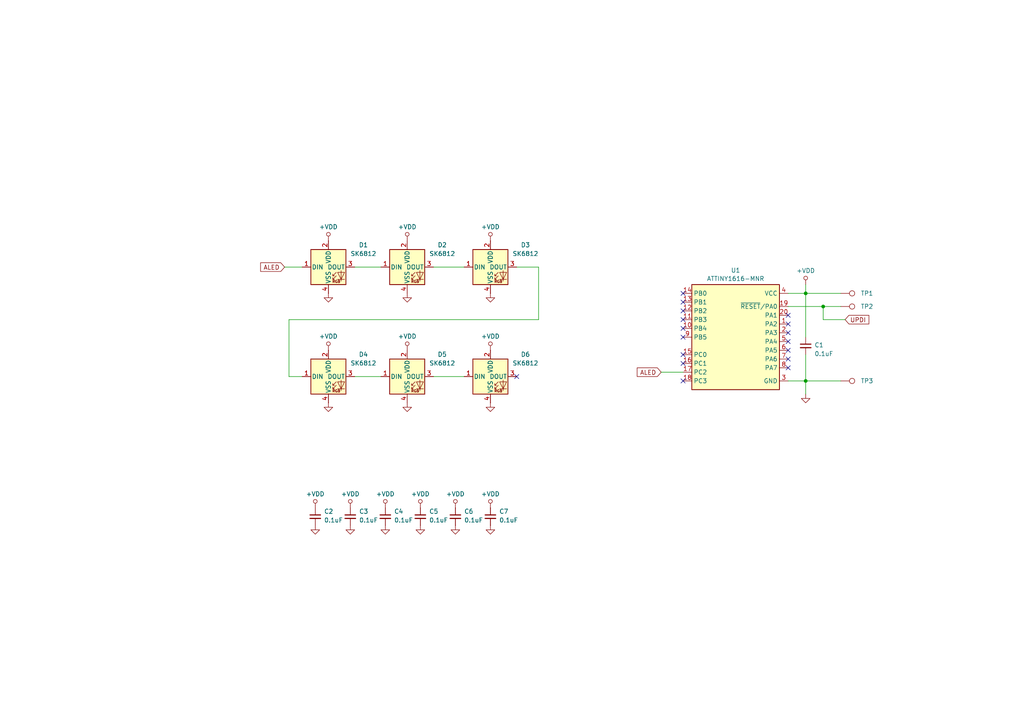
<source format=kicad_sch>
(kicad_sch (version 20250114) (generator "eeschema") (generator_version "9.0")
  (paper "A4")
  (lib_symbols
    (symbol "Connector:TestPoint" (pin_numbers (hide yes)) (pin_names (offset 0.762) (hide yes))
      (property "Reference" "TP" (at 0 6.858 0))
      (property "Value" "TestPoint" (at 0 5.08 0))
      (symbol "TestPoint_0_1"
        (circle (center 0 3.302) (radius 0.762))
      )
      (symbol "TestPoint_1_1"
        (pin passive line (at 0 0 90) (length 2.54) (name "1") (number "1"))
      )
    )
    (symbol "Device:C_Small" (pin_numbers (hide yes)) (pin_names (offset 0.254) (hide yes))
      (property "Reference" "C" (at 0.254 1.778 0))
      (property "Value" "C_Small" (at 0.254 -2.032 0))
      (symbol "C_Small_0_1"
        (polyline (pts (xy -1.524 0.508) (xy 1.524 0.508)) (stroke (width 0.3048)))
        (polyline (pts (xy -1.524 -0.508) (xy 1.524 -0.508)) (stroke (width 0.3302)))
      )
      (symbol "C_Small_1_1"
        (pin passive line (at 0 2.54 270) (length 2.032) (name "~") (number "1"))
        (pin passive line (at 0 -2.54 90) (length 2.032) (name "~") (number "2"))
      )
    )
    (symbol "MCU_Microchip_ATtiny:ATtiny1616-M"
      (property "Reference" "U2" (at -12.7 11.43 0))
      (property "Value" "ATtiny1616-M" (at -1.27 11.43 0))
      (symbol "ATtiny1616-M_0_1"
        (rectangle (start -12.7 10.16) (end 12.7 -20.32) (stroke (width 0.254)) (fill (type background)))
      )
      (symbol "ATtiny1616-M_1_1"
        (pin bidirectional line (at -15.24 7.62 0) (length 2.54) (name "PB0") (number "14"))
        (pin bidirectional line (at -15.24 5.08 0) (length 2.54) (name "PB1") (number "13"))
        (pin bidirectional line (at -15.24 2.54 0) (length 2.54) (name "PB2") (number "12"))
        (pin bidirectional line (at -15.24 0 0) (length 2.54) (name "PB3") (number "11"))
        (pin bidirectional line (at -15.24 -2.54 0) (length 2.54) (name "PB4") (number "10"))
        (pin bidirectional line (at -15.24 -5.08 0) (length 2.54) (name "PB5") (number "9"))
        (pin bidirectional line (at -15.24 -10.16 0) (length 2.54) (name "PC0") (number "15"))
        (pin bidirectional line (at -15.24 -12.7 0) (length 2.54) (name "PC1") (number "16"))
        (pin bidirectional line (at -15.24 -15.24 0) (length 2.54) (name "PC2") (number "17"))
        (pin bidirectional line (at -15.24 -17.78 0) (length 2.54) (name "PC3") (number "18"))
        (pin power_in line (at 15.24 7.62 180) (length 2.54) (name "VCC") (number "4"))
        (pin bidirectional line (at 15.24 3.81 180) (length 2.54) (name "~{RESET}/PA0") (number "19"))
        (pin bidirectional line (at 15.24 1.27 180) (length 2.54) (name "PA1") (number "20"))
        (pin bidirectional line (at 15.24 -1.27 180) (length 2.54) (name "PA2") (number "1"))
        (pin bidirectional line (at 15.24 -3.81 180) (length 2.54) (name "PA3") (number "2"))
        (pin bidirectional line (at 15.24 -6.35 180) (length 2.54) (name "PA4") (number "5"))
        (pin bidirectional line (at 15.24 -8.89 180) (length 2.54) (name "PA5") (number "6"))
        (pin bidirectional line (at 15.24 -11.43 180) (length 2.54) (name "PA6") (number "7"))
        (pin bidirectional line (at 15.24 -13.97 180) (length 2.54) (name "PA7") (number "8"))
        (pin passive line (at 15.24 -17.78 180) (length 2.54) (hide yes) (name "GND") (number "21"))
        (pin power_in line (at 15.24 -17.78 180) (length 2.54) (name "GND") (number "3"))
      )
    )
    (symbol "SamacSys:SK6812_1515" (pin_names (offset 0.254))
      (property "Reference" "D1" (at 10.16 6.4202 0))
      (property "Value" "SK6812_1515" (at 10.16 3.8802 0))
      (symbol "SK6812_1515_0_0"
        (text "RGB" (at 2.286 -4.191 0) (effects (font (size 0.762 0.762))))
      )
      (symbol "SK6812_1515_0_1"
        (polyline (pts (xy 1.27 -2.54) (xy 1.778 -2.54)))
        (polyline (pts (xy 1.27 -3.556) (xy 1.778 -3.556)))
        (polyline (pts (xy 2.286 -1.524) (xy 1.27 -2.54) (xy 1.27 -2.032)))
        (polyline (pts (xy 2.286 -2.54) (xy 1.27 -3.556) (xy 1.27 -3.048)))
        (polyline (pts (xy 3.683 -1.016) (xy 3.683 -3.556) (xy 3.683 -4.064)))
        (polyline (pts (xy 4.699 -1.524) (xy 2.667 -1.524) (xy 3.683 -3.556) (xy 4.699 -1.524)))
        (polyline (pts (xy 4.699 -3.556) (xy 2.667 -3.556)))
        (rectangle (start 5.08 5.08) (end -5.08 -5.08) (stroke (width 0.254)) (fill (type background)))
      )
      (symbol "SK6812_1515_1_1"
        (pin input line (at -7.62 0 0) (length 2.54) (name "DIN") (number "1"))
        (pin power_in line (at 0 7.62 270) (length 2.54) (name "VDD") (number "2"))
        (pin power_in line (at 0 -7.62 90) (length 2.54) (name "VSS") (number "4"))
        (pin output line (at 7.62 0 180) (length 2.54) (name "DOUT") (number "3"))
      )
    )
    (symbol "power:GND" (power) (pin_numbers (hide yes)) (pin_names (offset 0) (hide yes))
      (property "Value" "GND" (at 0 -3.81 0))
      (symbol "GND_0_1"
        (polyline (pts (xy 0 0) (xy 0 -1.27) (xy 1.27 -1.27) (xy 0 -2.54) (xy -1.27 -1.27) (xy 0 -1.27)))
      )
      (symbol "GND_1_1"
        (pin power_in line (at 0 0 270) (length 0) (name "~") (number "1"))
      )
    )
    (symbol "power_round:+3V3" (power) (pin_numbers (hide yes)) (pin_names (offset 0) (hide yes))
      (property "Value" "+3V3" (at 0 3.556 0))
      (symbol "+3V3_0_1"
        (circle (center 0 1.905) (radius 0.5429))
        (polyline (pts (xy 0 0) (xy 0 1.27)))
      )
      (symbol "+3V3_1_1"
        (pin power_in line (at 0 0 90) (length 0) (name "~") (number "1"))
      )
    )
  )
  (junction (at 238.76 88.9))
  (junction (at 233.68 85.09))
  (junction (at 233.68 110.49))
  (no_connect (at 228.6 91.44))
  (no_connect (at 149.86 109.22))
  (no_connect (at 198.12 92.71))
  (no_connect (at 198.12 102.87))
  (no_connect (at 198.12 105.41))
  (no_connect (at 198.12 87.63))
  (no_connect (at 228.6 101.6))
  (no_connect (at 198.12 85.09))
  (no_connect (at 198.12 97.79))
  (no_connect (at 228.6 106.68))
  (no_connect (at 198.12 90.17))
  (no_connect (at 228.6 99.06))
  (no_connect (at 198.12 110.49))
  (no_connect (at 198.12 95.25))
  (no_connect (at 228.6 96.52))
  (no_connect (at 228.6 104.14))
  (no_connect (at 228.6 93.98))
  (wire (pts (xy 125.73 109.22) (xy 134.62 109.22)))
  (wire (pts (xy 238.76 88.9) (xy 243.84 88.9)))
  (wire (pts (xy 233.68 110.49) (xy 233.68 114.3)))
  (wire (pts (xy 228.6 110.49) (xy 233.68 110.49)))
  (wire (pts (xy 149.86 77.47) (xy 156.21 77.47)))
  (wire (pts (xy 156.21 77.47) (xy 156.21 92.71)))
  (wire (pts (xy 238.76 92.71) (xy 238.76 88.9)))
  (wire (pts (xy 233.68 85.09) (xy 233.68 82.55)))
  (wire (pts (xy 233.68 85.09) (xy 243.84 85.09)))
  (wire (pts (xy 125.73 77.47) (xy 134.62 77.47)))
  (wire (pts (xy 83.82 92.71) (xy 83.82 109.22)))
  (wire (pts (xy 233.68 110.49) (xy 243.84 110.49)))
  (wire (pts (xy 228.6 85.09) (xy 233.68 85.09)))
  (wire (pts (xy 102.87 109.22) (xy 110.49 109.22)))
  (wire (pts (xy 156.21 92.71) (xy 83.82 92.71)))
  (wire (pts (xy 102.87 77.47) (xy 110.49 77.47)))
  (wire (pts (xy 228.6 88.9) (xy 238.76 88.9)))
  (wire (pts (xy 82.55 77.47) (xy 87.63 77.47)))
  (wire (pts (xy 191.77 107.95) (xy 198.12 107.95)))
  (wire (pts (xy 245.11 92.71) (xy 238.76 92.71)))
  (wire (pts (xy 233.68 102.87) (xy 233.68 110.49)))
  (wire (pts (xy 233.68 85.09) (xy 233.68 97.79)))
  (wire (pts (xy 83.82 109.22) (xy 87.63 109.22)))
  (global_label "ALED" (shape input) (at 82.55 77.47 180) (property "Intersheetrefs" "${INTERSHEET_REFS}" (effects (hide yes))))
  (global_label "ALED" (shape input) (at 191.77 107.95 180) (property "Intersheetrefs" "${INTERSHEET_REFS}" (effects (hide yes))))
  (global_label "UPDI" (shape input) (at 245.11 92.71 0) (property "Intersheetrefs" "${INTERSHEET_REFS}" (effects (hide yes))))
  (symbol (lib_id "power:GND") (at 142.24 152.4 0) (unit 1)
    (property "Reference" "#PWR014" (effects (hide yes)))
    (property "Value" "GND" (effects (hide yes)))
  )
  (symbol (lib_id "power_round:+3V3") (at 95.25 101.6 0) (unit 1)
    (property "Reference" "#PWR023" (effects (hide yes)))
    (property "Value" "+VDD" (at 95.25 97.5589 0))
    (property "Description" "Power symbol creates a global label with name \"+3V3\"" (effects (hide yes)))
  )
  (symbol (lib_id "SamacSys:SK6812_1515") (at 142.24 77.47 0) (unit 1)
    (property "Reference" "D3" (at 152.4 71.0498 0))
    (property "Value" "SK6812" (at 152.4 73.5898 0))
    (property "Footprint" "sk1605-1515:sk68015-1515" (effects (hide yes)))
    (property "Datasheet" "https://cdn-shop.adafruit.com/product-files/1138/SK6812+LED+datasheet+.pdf" (effects (hide yes)))
    (property "Description" "RGB LED with integrated controller" (effects (hide yes)))
  )
  (symbol (lib_id "power:GND") (at 132.08 152.4 0) (unit 1)
    (property "Reference" "#PWR012" (effects (hide yes)))
    (property "Value" "GND" (effects (hide yes)))
  )
  (symbol (lib_id "power:GND") (at 142.24 85.09 0) (unit 1)
    (property "Reference" "#PWR020" (effects (hide yes)))
    (property "Value" "GND" (effects (hide yes)))
  )
  (symbol (lib_id "Device:C_Small") (at 142.24 149.86 0) (mirror y) (unit 1)
    (property "Reference" "C7" (at 144.78 148.336 0) (effects (justify right)))
    (property "Value" "0.1uF" (at 144.78 150.876 0) (effects (justify right)))
    (property "Footprint" "Capacitor_SMD:C_0402_1005Metric" (effects (hide yes)))
    (property "Description" "Unpolarized capacitor, small symbol" (effects (hide yes)))
  )
  (symbol (lib_id "Connector:TestPoint") (at 243.84 110.49 270) (unit 1)
    (property "Reference" "TP3" (at 251.46 110.49 90))
    (property "Value" "GND" (effects (hide yes)))
    (property "Footprint" "SamacSys:TestPoint_Pad_D0.75mm" (effects (hide yes)))
  )
  (symbol (lib_id "power_round:+3V3") (at 91.44 147.32 0) (unit 1)
    (property "Reference" "#PWR03" (effects (hide yes)))
    (property "Value" "+VDD" (at 91.44 143.2789 0))
    (property "Description" "Power symbol creates a global label with name \"+3V3\"" (effects (hide yes)))
  )
  (symbol (lib_id "Device:C_Small") (at 111.76 149.86 0) (mirror y) (unit 1)
    (property "Reference" "C4" (at 114.3 148.336 0) (effects (justify right)))
    (property "Value" "0.1uF" (at 114.3 150.876 0) (effects (justify right)))
    (property "Footprint" "Capacitor_SMD:C_0402_1005Metric" (effects (hide yes)))
    (property "Description" "Unpolarized capacitor, small symbol" (effects (hide yes)))
  )
  (symbol (lib_id "Connector:TestPoint") (at 243.84 85.09 270) (unit 1)
    (property "Reference" "TP1" (at 251.46 85.09 90))
    (property "Value" "V+" (effects (hide yes)))
    (property "Footprint" "SamacSys:TestPoint_Pad_D0.75mm" (effects (hide yes)))
  )
  (symbol (lib_id "power_round:+3V3") (at 142.24 147.32 0) (unit 1)
    (property "Reference" "#PWR013" (effects (hide yes)))
    (property "Value" "+VDD" (at 142.24 143.2789 0))
    (property "Description" "Power symbol creates a global label with name \"+3V3\"" (effects (hide yes)))
  )
  (symbol (lib_id "Device:C_Small") (at 121.92 149.86 0) (mirror y) (unit 1)
    (property "Reference" "C5" (at 124.46 148.336 0) (effects (justify right)))
    (property "Value" "0.1uF" (at 124.46 150.876 0) (effects (justify right)))
    (property "Footprint" "Capacitor_SMD:C_0402_1005Metric" (effects (hide yes)))
    (property "Description" "Unpolarized capacitor, small symbol" (effects (hide yes)))
  )
  (symbol (lib_id "power_round:+3V3") (at 118.11 69.85 0) (unit 1)
    (property "Reference" "#PWR025" (effects (hide yes)))
    (property "Value" "+VDD" (at 118.11 65.8089 0))
    (property "Description" "Power symbol creates a global label with name \"+3V3\"" (effects (hide yes)))
  )
  (symbol (lib_id "power_round:+3V3") (at 101.6 147.32 0) (unit 1)
    (property "Reference" "#PWR05" (effects (hide yes)))
    (property "Value" "+VDD" (at 101.6 143.2789 0))
    (property "Description" "Power symbol creates a global label with name \"+3V3\"" (effects (hide yes)))
  )
  (symbol (lib_id "power:GND") (at 111.76 152.4 0) (unit 1)
    (property "Reference" "#PWR08" (effects (hide yes)))
    (property "Value" "GND" (effects (hide yes)))
  )
  (symbol (lib_id "power:GND") (at 142.24 116.84 0) (mirror y) (unit 1)
    (property "Reference" "#PWR017" (effects (hide yes)))
    (property "Value" "GND" (effects (hide yes)))
  )
  (symbol (lib_id "SamacSys:SK6812_1515") (at 95.25 77.47 0) (unit 1)
    (property "Reference" "D1" (at 105.41 71.0498 0))
    (property "Value" "SK6812" (at 105.41 73.5898 0))
    (property "Footprint" "sk1605-1515:sk68015-1515" (effects (hide yes)))
    (property "Datasheet" "https://cdn-shop.adafruit.com/product-files/1138/SK6812+LED+datasheet+.pdf" (effects (hide yes)))
    (property "Description" "RGB LED with integrated controller" (effects (hide yes)))
  )
  (symbol (lib_id "power_round:+3V3") (at 132.08 147.32 0) (unit 1)
    (property "Reference" "#PWR011" (effects (hide yes)))
    (property "Value" "+VDD" (at 132.08 143.2789 0))
    (property "Description" "Power symbol creates a global label with name \"+3V3\"" (effects (hide yes)))
  )
  (symbol (lib_id "power_round:+3V3") (at 118.11 101.6 0) (unit 1)
    (property "Reference" "#PWR022" (effects (hide yes)))
    (property "Value" "+VDD" (at 118.11 97.5589 0))
    (property "Description" "Power symbol creates a global label with name \"+3V3\"" (effects (hide yes)))
  )
  (symbol (lib_id "MCU_Microchip_ATtiny:ATtiny1616-M") (at 213.36 92.71 0) (unit 1)
    (property "Reference" "U1" (at 213.36 78.4055 0))
    (property "Value" "ATTINY1616-MNR" (at 213.36 80.8298 0))
    (property "Footprint" "Package_DFN_QFN:VQFN-20-1EP_3x3mm_P0.4mm_EP1.7x1.7mm" (effects (hide yes)))
    (property "Datasheet" "http://ww1.microchip.com/downloads/en/DeviceDoc/ATtiny3216_ATtiny1616-data-sheet-40001997B.pdf" (effects (hide yes)))
    (property "Description" "20MHz, 16kB Flash, 2kB SRAM, 256B EEPROM, VQFN-20" (effects (hide yes)))
  )
  (symbol (lib_id "power_round:+3V3") (at 111.76 147.32 0) (unit 1)
    (property "Reference" "#PWR07" (effects (hide yes)))
    (property "Value" "+VDD" (at 111.76 143.2789 0))
    (property "Description" "Power symbol creates a global label with name \"+3V3\"" (effects (hide yes)))
  )
  (symbol (lib_id "Connector:TestPoint") (at 243.84 88.9 270) (unit 1)
    (property "Reference" "TP2" (at 251.46 88.9 90))
    (property "Footprint" "SamacSys:TestPoint_Pad_D0.75mm" (effects (hide yes)))
  )
  (symbol (lib_id "Device:C_Small") (at 233.68 100.33 0) (mirror y) (unit 1)
    (property "Reference" "C1" (at 236.22 100.076 0) (effects (justify right)))
    (property "Value" "0.1uF" (at 236.22 102.616 0) (effects (justify right)))
    (property "Footprint" "Capacitor_SMD:C_0402_1005Metric" (effects (hide yes)))
    (property "Description" "Unpolarized capacitor, small symbol" (effects (hide yes)))
  )
  (symbol (lib_id "Device:C_Small") (at 132.08 149.86 0) (mirror y) (unit 1)
    (property "Reference" "C6" (at 134.62 148.336 0) (effects (justify right)))
    (property "Value" "0.1uF" (at 134.62 150.876 0) (effects (justify right)))
    (property "Footprint" "Capacitor_SMD:C_0402_1005Metric" (effects (hide yes)))
    (property "Description" "Unpolarized capacitor, small symbol" (effects (hide yes)))
  )
  (symbol (lib_id "power:GND") (at 95.25 85.09 0) (unit 1)
    (property "Reference" "#PWR018" (effects (hide yes)))
    (property "Value" "GND" (effects (hide yes)))
  )
  (symbol (lib_id "Device:C_Small") (at 101.6 149.86 0) (mirror y) (unit 1)
    (property "Reference" "C3" (at 104.14 148.336 0) (effects (justify right)))
    (property "Value" "0.1uF" (at 104.14 150.876 0) (effects (justify right)))
    (property "Footprint" "Capacitor_SMD:C_0402_1005Metric" (effects (hide yes)))
    (property "Description" "Unpolarized capacitor, small symbol" (effects (hide yes)))
  )
  (symbol (lib_id "power_round:+3V3") (at 121.92 147.32 0) (unit 1)
    (property "Reference" "#PWR09" (effects (hide yes)))
    (property "Value" "+VDD" (at 121.92 143.2789 0))
    (property "Description" "Power symbol creates a global label with name \"+3V3\"" (effects (hide yes)))
  )
  (symbol (lib_id "SamacSys:SK6812_1515") (at 95.25 109.22 0) (unit 1)
    (property "Reference" "D4" (at 105.41 102.7998 0))
    (property "Value" "SK6812" (at 105.41 105.3398 0))
    (property "Footprint" "sk1605-1515:sk68015-1515" (effects (hide yes)))
    (property "Datasheet" "https://cdn-shop.adafruit.com/product-files/1138/SK6812+LED+datasheet+.pdf" (effects (hide yes)))
    (property "Description" "RGB LED with integrated controller" (effects (hide yes)))
  )
  (symbol (lib_id "SamacSys:SK6812_1515") (at 142.24 109.22 0) (unit 1)
    (property "Reference" "D6" (at 152.4 102.7998 0))
    (property "Value" "SK6812" (at 152.4 105.3398 0))
    (property "Footprint" "sk1605-1515:sk68015-1515" (effects (hide yes)))
    (property "Datasheet" "https://cdn-shop.adafruit.com/product-files/1138/SK6812+LED+datasheet+.pdf" (effects (hide yes)))
    (property "Description" "RGB LED with integrated controller" (effects (hide yes)))
  )
  (symbol (lib_id "power_round:+3V3") (at 95.25 69.85 0) (unit 1)
    (property "Reference" "#PWR024" (effects (hide yes)))
    (property "Value" "+VDD" (at 95.25 65.8089 0))
    (property "Description" "Power symbol creates a global label with name \"+3V3\"" (effects (hide yes)))
  )
  (symbol (lib_id "power:GND") (at 101.6 152.4 0) (unit 1)
    (property "Reference" "#PWR06" (effects (hide yes)))
    (property "Value" "GND" (effects (hide yes)))
  )
  (symbol (lib_id "power_round:+3V3") (at 233.68 82.55 0) (unit 1)
    (property "Reference" "#PWR01" (effects (hide yes)))
    (property "Value" "+VDD" (at 233.68 78.5089 0))
    (property "Description" "Power symbol creates a global label with name \"+3V3\"" (effects (hide yes)))
  )
  (symbol (lib_id "power:GND") (at 233.68 114.3 0) (unit 1)
    (property "Reference" "#PWR02" (effects (hide yes)))
    (property "Value" "GND" (effects (hide yes)))
  )
  (symbol (lib_id "power_round:+3V3") (at 142.24 101.6 0) (unit 1)
    (property "Reference" "#PWR021" (effects (hide yes)))
    (property "Value" "+VDD" (at 142.24 97.5589 0))
    (property "Description" "Power symbol creates a global label with name \"+3V3\"" (effects (hide yes)))
  )
  (symbol (lib_id "power:GND") (at 95.25 116.84 0) (mirror y) (unit 1)
    (property "Reference" "#PWR016" (effects (hide yes)))
    (property "Value" "GND" (effects (hide yes)))
  )
  (symbol (lib_id "power:GND") (at 118.11 116.84 0) (mirror y) (unit 1)
    (property "Reference" "#PWR015" (effects (hide yes)))
    (property "Value" "GND" (effects (hide yes)))
  )
  (symbol (lib_id "SamacSys:SK6812_1515") (at 118.11 77.47 0) (unit 1)
    (property "Reference" "D2" (at 128.27 71.0498 0))
    (property "Value" "SK6812" (at 128.27 73.5898 0))
    (property "Footprint" "sk1605-1515:sk68015-1515" (effects (hide yes)))
    (property "Datasheet" "https://cdn-shop.adafruit.com/product-files/1138/SK6812+LED+datasheet+.pdf" (effects (hide yes)))
    (property "Description" "RGB LED with integrated controller" (effects (hide yes)))
  )
  (symbol (lib_id "Device:C_Small") (at 91.44 149.86 0) (mirror y) (unit 1)
    (property "Reference" "C2" (at 93.98 148.336 0) (effects (justify right)))
    (property "Value" "0.1uF" (at 93.98 150.876 0) (effects (justify right)))
    (property "Footprint" "Capacitor_SMD:C_0402_1005Metric" (effects (hide yes)))
    (property "Description" "Unpolarized capacitor, small symbol" (effects (hide yes)))
  )
  (symbol (lib_id "power:GND") (at 118.11 85.09 0) (unit 1)
    (property "Reference" "#PWR019" (effects (hide yes)))
    (property "Value" "GND" (effects (hide yes)))
  )
  (symbol (lib_id "power:GND") (at 121.92 152.4 0) (unit 1)
    (property "Reference" "#PWR010" (effects (hide yes)))
    (property "Value" "GND" (effects (hide yes)))
  )
  (symbol (lib_id "power:GND") (at 91.44 152.4 0) (unit 1)
    (property "Reference" "#PWR04" (effects (hide yes)))
    (property "Value" "GND" (effects (hide yes)))
  )
  (symbol (lib_id "power_round:+3V3") (at 142.24 69.85 0) (unit 1)
    (property "Reference" "#PWR026" (effects (hide yes)))
    (property "Value" "+VDD" (at 142.24 65.8089 0))
    (property "Description" "Power symbol creates a global label with name \"+3V3\"" (effects (hide yes)))
  )
  (symbol (lib_id "SamacSys:SK6812_1515") (at 118.11 109.22 0) (unit 1)
    (property "Reference" "D5" (at 128.27 102.7998 0))
    (property "Value" "SK6812" (at 128.27 105.3398 0))
    (property "Footprint" "sk1605-1515:sk68015-1515" (effects (hide yes)))
    (property "Datasheet" "https://cdn-shop.adafruit.com/product-files/1138/SK6812+LED+datasheet+.pdf" (effects (hide yes)))
    (property "Description" "RGB LED with integrated controller" (effects (hide yes)))
  )
)
</source>
